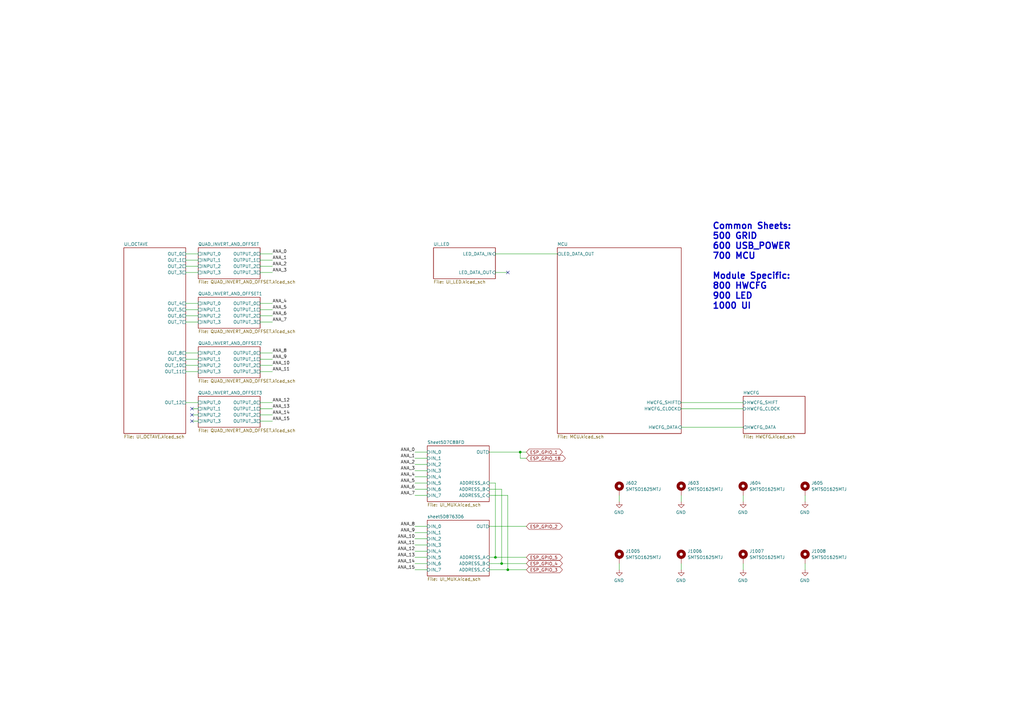
<source format=kicad_sch>
(kicad_sch (version 20250114) (generator "eeschema") (generator_version "9.0")
  (paper "A3")
  (lib_symbols
    (symbol "power:GND" (power) (pin_names (offset 0))
      (property "Value" "GND" (at 0 -3.81 0))
      (symbol "GND_0_1"
        (polyline (pts (xy 0 0) (xy 0 -1.27) (xy 1.27 -1.27) (xy 0 -2.54) (xy -1.27 -1.27) (xy 0 -1.27)))
      )
      (symbol "GND_1_1"
        (pin power_in line (at 0 0 270) (length 0) (hide yes) (name "GND") (number "1"))
      )
    )
    (symbol "suku_basics:SMD_NUT" (pin_numbers (hide yes)) (pin_names (offset 1.016) (hide yes))
      (property "Reference" "J" (at 0 6.35 0))
      (property "Value" "SMD_NUT" (at 0 4.445 0))
      (symbol "SMD_NUT_0_1"
        (circle (center 0 1.27) (radius 1.27) (stroke (width 1.27)))
      )
      (symbol "SMD_NUT_1_1"
        (pin input line (at 0 -2.54 90) (length 2.54) (name "1") (number "1"))
      )
    )
  )
  (text "Common Sheets:\n500 GRID\n600 USB_POWER\n700 MCU\n\nModule Specific:\n800 HWCFG\n900 LED\n1000 UI" (at 292.1 127 0) (effects (font (size 2.54 2.54) (thickness 0.508) (bold yes)) (justify left bottom)))
  (junction (at 213.36 185.42))
  (junction (at 203.2 228.6))
  (junction (at 208.28 233.68))
  (junction (at 205.74 231.14))
  (no_connect (at 78.74 167.64))
  (no_connect (at 78.74 170.18))
  (no_connect (at 208.28 111.76))
  (no_connect (at 78.74 172.72))
  (wire (pts (xy 175.26 203.2) (xy 170.18 203.2)))
  (wire (pts (xy 279.4 165.1) (xy 304.8 165.1)))
  (wire (pts (xy 203.2 111.76) (xy 208.28 111.76)))
  (wire (pts (xy 330.2 231.14) (xy 330.2 233.68)))
  (wire (pts (xy 106.68 106.68) (xy 111.76 106.68)))
  (wire (pts (xy 228.6 104.14) (xy 203.2 104.14)))
  (wire (pts (xy 203.2 228.6) (xy 215.9 228.6)))
  (wire (pts (xy 78.74 167.64) (xy 81.28 167.64)))
  (wire (pts (xy 106.68 111.76) (xy 111.76 111.76)))
  (wire (pts (xy 175.26 198.12) (xy 170.18 198.12)))
  (wire (pts (xy 304.8 203.2) (xy 304.8 205.74)))
  (wire (pts (xy 175.26 233.68) (xy 170.18 233.68)))
  (wire (pts (xy 208.28 203.2) (xy 208.28 233.68)))
  (wire (pts (xy 76.2 147.32) (xy 81.28 147.32)))
  (wire (pts (xy 76.2 129.54) (xy 81.28 129.54)))
  (wire (pts (xy 78.74 170.18) (xy 81.28 170.18)))
  (wire (pts (xy 106.68 132.08) (xy 111.76 132.08)))
  (wire (pts (xy 106.68 152.4) (xy 111.76 152.4)))
  (wire (pts (xy 106.68 170.18) (xy 111.76 170.18)))
  (wire (pts (xy 175.26 220.98) (xy 170.18 220.98)))
  (wire (pts (xy 200.66 228.6) (xy 203.2 228.6)))
  (wire (pts (xy 76.2 124.46) (xy 81.28 124.46)))
  (wire (pts (xy 76.2 165.1) (xy 81.28 165.1)))
  (wire (pts (xy 106.68 144.78) (xy 111.76 144.78)))
  (wire (pts (xy 175.26 193.04) (xy 170.18 193.04)))
  (wire (pts (xy 200.66 185.42) (xy 213.36 185.42)))
  (wire (pts (xy 254 231.14) (xy 254 233.68)))
  (wire (pts (xy 279.4 203.2) (xy 279.4 205.74)))
  (wire (pts (xy 175.26 218.44) (xy 170.18 218.44)))
  (wire (pts (xy 200.66 215.9) (xy 215.9 215.9)))
  (wire (pts (xy 200.66 200.66) (xy 205.74 200.66)))
  (wire (pts (xy 213.36 187.96) (xy 213.36 185.42)))
  (wire (pts (xy 76.2 106.68) (xy 81.28 106.68)))
  (wire (pts (xy 200.66 233.68) (xy 208.28 233.68)))
  (wire (pts (xy 76.2 104.14) (xy 81.28 104.14)))
  (wire (pts (xy 76.2 152.4) (xy 81.28 152.4)))
  (wire (pts (xy 106.68 127) (xy 111.76 127)))
  (wire (pts (xy 279.4 175.26) (xy 304.8 175.26)))
  (wire (pts (xy 205.74 200.66) (xy 205.74 231.14)))
  (wire (pts (xy 76.2 127) (xy 81.28 127)))
  (wire (pts (xy 111.76 104.14) (xy 106.68 104.14)))
  (wire (pts (xy 200.66 231.14) (xy 205.74 231.14)))
  (wire (pts (xy 175.26 228.6) (xy 170.18 228.6)))
  (wire (pts (xy 203.2 198.12) (xy 203.2 228.6)))
  (wire (pts (xy 76.2 111.76) (xy 81.28 111.76)))
  (wire (pts (xy 213.36 185.42) (xy 215.9 185.42)))
  (wire (pts (xy 175.26 187.96) (xy 170.18 187.96)))
  (wire (pts (xy 175.26 226.06) (xy 170.18 226.06)))
  (wire (pts (xy 215.9 187.96) (xy 213.36 187.96)))
  (wire (pts (xy 279.4 167.64) (xy 304.8 167.64)))
  (wire (pts (xy 175.26 195.58) (xy 170.18 195.58)))
  (wire (pts (xy 175.26 215.9) (xy 170.18 215.9)))
  (wire (pts (xy 254 203.2) (xy 254 205.74)))
  (wire (pts (xy 78.74 172.72) (xy 81.28 172.72)))
  (wire (pts (xy 200.66 198.12) (xy 203.2 198.12)))
  (wire (pts (xy 304.8 231.14) (xy 304.8 233.68)))
  (wire (pts (xy 106.68 147.32) (xy 111.76 147.32)))
  (wire (pts (xy 106.68 165.1) (xy 111.76 165.1)))
  (wire (pts (xy 106.68 172.72) (xy 111.76 172.72)))
  (wire (pts (xy 208.28 233.68) (xy 215.9 233.68)))
  (wire (pts (xy 175.26 190.5) (xy 170.18 190.5)))
  (wire (pts (xy 111.76 129.54) (xy 106.68 129.54)))
  (wire (pts (xy 175.26 231.14) (xy 170.18 231.14)))
  (wire (pts (xy 76.2 132.08) (xy 81.28 132.08)))
  (wire (pts (xy 205.74 231.14) (xy 215.9 231.14)))
  (wire (pts (xy 76.2 149.86) (xy 81.28 149.86)))
  (wire (pts (xy 76.2 144.78) (xy 81.28 144.78)))
  (wire (pts (xy 111.76 109.22) (xy 106.68 109.22)))
  (wire (pts (xy 175.26 185.42) (xy 170.18 185.42)))
  (wire (pts (xy 330.2 203.2) (xy 330.2 205.74)))
  (wire (pts (xy 106.68 149.86) (xy 111.76 149.86)))
  (wire (pts (xy 111.76 124.46) (xy 106.68 124.46)))
  (wire (pts (xy 175.26 223.52) (xy 170.18 223.52)))
  (wire (pts (xy 175.26 200.66) (xy 170.18 200.66)))
  (wire (pts (xy 76.2 109.22) (xy 81.28 109.22)))
  (wire (pts (xy 200.66 203.2) (xy 208.28 203.2)))
  (wire (pts (xy 279.4 231.14) (xy 279.4 233.68)))
  (wire (pts (xy 106.68 167.64) (xy 111.76 167.64)))
  (label "ANA_15" (at 111.76 172.72 0))
  (label "ANA_11" (at 170.18 223.52 180))
  (label "ANA_12" (at 170.18 226.06 180))
  (label "ANA_6" (at 170.18 200.66 180))
  (label "ANA_13" (at 170.18 228.6 180))
  (label "ANA_7" (at 170.18 203.2 180))
  (label "ANA_11" (at 111.76 152.4 0))
  (label "ANA_3" (at 111.76 111.76 0))
  (label "ANA_1" (at 170.18 187.96 180))
  (label "ANA_1" (at 111.76 106.68 0))
  (label "ANA_14" (at 170.18 231.14 180))
  (label "ANA_5" (at 170.18 198.12 180))
  (label "ANA_13" (at 111.76 167.64 0))
  (label "ANA_10" (at 111.76 149.86 0))
  (label "ANA_10" (at 170.18 220.98 180))
  (label "ANA_15" (at 170.18 233.68 180))
  (label "ANA_12" (at 111.76 165.1 0))
  (label "ANA_3" (at 170.18 193.04 180))
  (label "ANA_2" (at 111.76 109.22 0))
  (label "ANA_7" (at 111.76 132.08 0))
  (label "ANA_6" (at 111.76 129.54 0))
  (label "ANA_0" (at 111.76 104.14 0))
  (label "ANA_9" (at 170.18 218.44 180))
  (label "ANA_2" (at 170.18 190.5 180))
  (label "ANA_8" (at 111.76 144.78 0))
  (label "ANA_5" (at 111.76 127 0))
  (label "ANA_0" (at 170.18 185.42 180))
  (label "ANA_8" (at 170.18 215.9 180))
  (label "ANA_9" (at 111.76 147.32 0))
  (label "ANA_14" (at 111.76 170.18 0))
  (label "ANA_4" (at 111.76 124.46 0))
  (label "ANA_4" (at 170.18 195.58 180))
  (global_label "ESP_GPIO_5" (shape bidirectional) (at 215.9 228.6 0) (property "Intersheetrefs" "${INTERSHEET_REFS}" (effects (hide yes))))
  (global_label "ESP_GPIO_1" (shape bidirectional) (at 215.9 185.42 0) (property "Intersheetrefs" "${INTERSHEET_REFS}" (effects (hide yes))))
  (global_label "ESP_GPIO_18" (shape bidirectional) (at 215.9 187.96 0) (property "Intersheetrefs" "${INTERSHEET_REFS}" (effects (hide yes))))
  (global_label "ESP_GPIO_4" (shape bidirectional) (at 215.9 231.14 0) (property "Intersheetrefs" "${INTERSHEET_REFS}" (effects (hide yes))))
  (global_label "ESP_GPIO_3" (shape bidirectional) (at 215.9 233.68 0) (property "Intersheetrefs" "${INTERSHEET_REFS}" (effects (hide yes))))
  (global_label "ESP_GPIO_2" (shape bidirectional) (at 215.9 215.9 0) (property "Intersheetrefs" "${INTERSHEET_REFS}" (effects (hide yes))))
  (symbol (lib_id "power:GND") (at 304.8 205.74 0) (mirror y) (unit 1)
    (property "Reference" "#PWR0640" (effects (hide yes)))
    (property "Value" "GND" (at 304.673 210.1342 0))
  )
  (symbol (lib_id "power:GND") (at 330.2 205.74 0) (mirror y) (unit 1)
    (property "Reference" "#PWR0641" (effects (hide yes)))
    (property "Value" "GND" (at 330.073 210.1342 0))
  )
  (symbol (lib_id "suku_basics:SMD_NUT") (at 330.2 228.6 0) (unit 1)
    (property "Reference" "J1008" (at 332.74 226.0599 0) (effects (justify left)))
    (property "Value" "SMTSO1625MTJ" (at 332.74 228.5999 0) (effects (justify left)))
    (property "Footprint" "suku_basics:SMD_NUT_M1.6x2.5" (effects (hide yes)))
    (property "Description" "SMD Nut" (effects (hide yes)))
  )
  (symbol (lib_id "power:GND") (at 279.4 233.68 0) (mirror y) (unit 1)
    (property "Reference" "#PWR01175" (effects (hide yes)))
    (property "Value" "GND" (at 279.273 238.0742 0))
  )
  (symbol (lib_id "power:GND") (at 254 205.74 0) (mirror y) (unit 1)
    (property "Reference" "#PWR0638" (effects (hide yes)))
    (property "Value" "GND" (at 253.873 210.1342 0))
  )
  (symbol (lib_id "power:GND") (at 330.2 233.68 0) (mirror y) (unit 1)
    (property "Reference" "#PWR01177" (effects (hide yes)))
    (property "Value" "GND" (at 330.073 238.0742 0))
  )
  (symbol (lib_id "suku_basics:SMD_NUT") (at 254 228.6 0) (unit 1)
    (property "Reference" "J1005" (at 256.54 226.0599 0) (effects (justify left)))
    (property "Value" "SMTSO1625MTJ" (at 256.54 228.5999 0) (effects (justify left)))
    (property "Footprint" "suku_basics:SMD_NUT_M1.6x2.5" (effects (hide yes)))
    (property "Description" "SMD Nut" (effects (hide yes)))
  )
  (symbol (lib_id "suku_basics:SMD_NUT") (at 279.4 200.66 0) (unit 1)
    (property "Reference" "J603" (at 281.94 198.1199 0) (effects (justify left)))
    (property "Value" "SMTSO1625MTJ" (at 281.94 200.6599 0) (effects (justify left)))
    (property "Footprint" "suku_basics:SMD_NUT_M1.6x2.5" (effects (hide yes)))
    (property "Description" "SMD Nut" (effects (hide yes)))
  )
  (symbol (lib_id "suku_basics:SMD_NUT") (at 279.4 228.6 0) (unit 1)
    (property "Reference" "J1006" (at 281.94 226.0599 0) (effects (justify left)))
    (property "Value" "SMTSO1625MTJ" (at 281.94 228.5999 0) (effects (justify left)))
    (property "Footprint" "suku_basics:SMD_NUT_M1.6x2.5" (effects (hide yes)))
    (property "Description" "SMD Nut" (effects (hide yes)))
  )
  (symbol (lib_id "power:GND") (at 304.8 233.68 0) (mirror y) (unit 1)
    (property "Reference" "#PWR01176" (effects (hide yes)))
    (property "Value" "GND" (at 304.673 238.0742 0))
  )
  (symbol (lib_id "power:GND") (at 254 233.68 0) (mirror y) (unit 1)
    (property "Reference" "#PWR01174" (effects (hide yes)))
    (property "Value" "GND" (at 253.873 238.0742 0))
  )
  (symbol (lib_id "suku_basics:SMD_NUT") (at 304.8 200.66 0) (unit 1)
    (property "Reference" "J604" (at 307.34 198.1199 0) (effects (justify left)))
    (property "Value" "SMTSO1625MTJ" (at 307.34 200.6599 0) (effects (justify left)))
    (property "Footprint" "suku_basics:SMD_NUT_M1.6x2.5" (effects (hide yes)))
    (property "Description" "SMD Nut" (effects (hide yes)))
  )
  (symbol (lib_id "suku_basics:SMD_NUT") (at 330.2 200.66 0) (unit 1)
    (property "Reference" "J605" (at 332.74 198.1199 0) (effects (justify left)))
    (property "Value" "SMTSO1625MTJ" (at 332.74 200.6599 0) (effects (justify left)))
    (property "Footprint" "suku_basics:SMD_NUT_M1.6x2.5" (effects (hide yes)))
    (property "Description" "SMD Nut" (effects (hide yes)))
  )
  (symbol (lib_id "suku_basics:SMD_NUT") (at 254 200.66 0) (unit 1)
    (property "Reference" "J602" (at 256.54 198.1199 0) (effects (justify left)))
    (property "Value" "SMTSO1625MTJ" (at 256.54 200.6599 0) (effects (justify left)))
    (property "Footprint" "suku_basics:SMD_NUT_M1.6x2.5" (effects (hide yes)))
    (property "Description" "SMD Nut" (effects (hide yes)))
  )
  (symbol (lib_id "suku_basics:SMD_NUT") (at 304.8 228.6 0) (unit 1)
    (property "Reference" "J1007" (at 307.34 226.0599 0) (effects (justify left)))
    (property "Value" "SMTSO1625MTJ" (at 307.34 228.5999 0) (effects (justify left)))
    (property "Footprint" "suku_basics:SMD_NUT_M1.6x2.5" (effects (hide yes)))
    (property "Description" "SMD Nut" (effects (hide yes)))
  )
  (symbol (lib_id "power:GND") (at 279.4 205.74 0) (mirror y) (unit 1)
    (property "Reference" "#PWR0639" (effects (hide yes)))
    (property "Value" "GND" (at 279.273 210.1342 0))
  )
  (sheet (at 177.8 101.6) (size 25.4 12.7)
    (property "Sheetname" "UI_LED" (at 177.8 100.8884 0) (effects (justify left bottom)))
    (property "Sheetfile" "UI_LED.kicad_sch" (at 177.8 114.8846 0) (effects (justify left top)))
    (pin "LED_DATA_IN" input (at 203.2 104.14 0))
    (pin "LED_DATA_OUT" input (at 203.2 111.76 0))
  )
  (sheet (at 228.6 101.6) (size 50.8 76.2)
    (property "Sheetname" "MCU" (at 228.6 100.8884 0) (effects (justify left bottom)))
    (property "Sheetfile" "MCU.kicad_sch" (at 228.6 178.3846 0) (effects (justify left top)))
    (pin "LED_DATA_OUT" output (at 228.6 104.14 180))
    (pin "HWCFG_DATA" input (at 279.4 175.26 0))
    (pin "HWCFG_CLOCK" output (at 279.4 167.64 0))
    (pin "HWCFG_SHIFT" output (at 279.4 165.1 0))
  )
  (sheet (at 175.26 182.88) (size 25.4 22.86)
    (property "Sheetname" "Sheet5D7C8BFD" (at 175.26 182.1684 0) (effects (justify left bottom)))
    (property "Sheetfile" "UI_MUX.kicad_sch" (at 175.26 206.3246 0) (effects (justify left top)))
    (pin "OUT" output (at 200.66 185.42 0))
    (pin "IN_0" input (at 175.26 185.42 180))
    (pin "IN_1" input (at 175.26 187.96 180))
    (pin "IN_2" input (at 175.26 190.5 180))
    (pin "IN_3" input (at 175.26 193.04 180))
    (pin "IN_4" input (at 175.26 195.58 180))
    (pin "IN_5" input (at 175.26 198.12 180))
    (pin "IN_6" input (at 175.26 200.66 180))
    (pin "IN_7" input (at 175.26 203.2 180))
    (pin "ADDRESS_C" input (at 200.66 203.2 0))
    (pin "ADDRESS_B" input (at 200.66 200.66 0))
    (pin "ADDRESS_A" input (at 200.66 198.12 0))
  )
  (sheet (at 175.26 213.36) (size 25.4 22.86)
    (property "Sheetname" "sheet5D8763D6" (at 175.26 212.6484 0) (effects (justify left bottom)))
    (property "Sheetfile" "UI_MUX.kicad_sch" (at 175.26 236.8046 0) (effects (justify left top)))
    (pin "IN_0" input (at 175.26 215.9 180))
    (pin "IN_1" input (at 175.26 218.44 180))
    (pin "IN_2" input (at 175.26 220.98 180))
    (pin "IN_3" input (at 175.26 223.52 180))
    (pin "IN_4" input (at 175.26 226.06 180))
    (pin "IN_5" input (at 175.26 228.6 180))
    (pin "IN_6" input (at 175.26 231.14 180))
    (pin "IN_7" input (at 175.26 233.68 180))
    (pin "OUT" output (at 200.66 215.9 0))
    (pin "ADDRESS_C" input (at 200.66 233.68 0))
    (pin "ADDRESS_B" input (at 200.66 231.14 0))
    (pin "ADDRESS_A" input (at 200.66 228.6 0))
  )
  (sheet (at 304.8 162.56) (size 25.4 15.24)
    (property "Sheetname" "HWCFG" (at 304.8 161.8484 0) (effects (justify left bottom)))
    (property "Sheetfile" "HWCFG.kicad_sch" (at 304.8 178.3846 0) (effects (justify left top)))
    (pin "HWCFG_DATA" output (at 304.8 175.26 180))
    (pin "HWCFG_CLOCK" input (at 304.8 167.64 180))
    (pin "HWCFG_SHIFT" input (at 304.8 165.1 180))
  )
  (sheet (at 81.28 121.92) (size 25.4 12.7) (stroke (width 0.1524))
    (property "Sheetname" "QUAD_INVERT_AND_OFFSET1" (at 81.28 121.2084 0) (effects (justify left bottom)))
    (property "Sheetfile" "QUAD_INVERT_AND_OFFSET.kicad_sch" (at 81.28 135.2046 0) (effects (justify left top)))
    (pin "INPUT_0" passive (at 81.28 124.46 180))
    (pin "INPUT_1" passive (at 81.28 127 180))
    (pin "INPUT_2" passive (at 81.28 129.54 180))
    (pin "INPUT_3" passive (at 81.28 132.08 180))
    (pin "OUTPUT_0" passive (at 106.68 124.46 0))
    (pin "OUTPUT_1" passive (at 106.68 127 0))
    (pin "OUTPUT_2" passive (at 106.68 129.54 0))
    (pin "OUTPUT_3" passive (at 106.68 132.08 0))
  )
  (sheet (at 81.28 142.24) (size 25.4 12.7) (stroke (width 0.1524))
    (property "Sheetname" "QUAD_INVERT_AND_OFFSET2" (at 81.28 141.5284 0) (effects (justify left bottom)))
    (property "Sheetfile" "QUAD_INVERT_AND_OFFSET.kicad_sch" (at 81.28 155.5246 0) (effects (justify left top)))
    (pin "INPUT_0" passive (at 81.28 144.78 180))
    (pin "INPUT_1" passive (at 81.28 147.32 180))
    (pin "INPUT_2" passive (at 81.28 149.86 180))
    (pin "INPUT_3" passive (at 81.28 152.4 180))
    (pin "OUTPUT_0" passive (at 106.68 144.78 0))
    (pin "OUTPUT_1" passive (at 106.68 147.32 0))
    (pin "OUTPUT_2" passive (at 106.68 149.86 0))
    (pin "OUTPUT_3" passive (at 106.68 152.4 0))
  )
  (sheet (at 81.28 101.6) (size 25.4 12.7) (stroke (width 0.1524))
    (property "Sheetname" "QUAD_INVERT_AND_OFFSET" (at 81.28 100.8884 0) (effects (justify left bottom)))
    (property "Sheetfile" "QUAD_INVERT_AND_OFFSET.kicad_sch" (at 81.28 114.8846 0) (effects (justify left top)))
    (pin "INPUT_0" passive (at 81.28 104.14 180))
    (pin "INPUT_1" passive (at 81.28 106.68 180))
    (pin "INPUT_2" passive (at 81.28 109.22 180))
    (pin "INPUT_3" passive (at 81.28 111.76 180))
    (pin "OUTPUT_0" passive (at 106.68 104.14 0))
    (pin "OUTPUT_1" passive (at 106.68 106.68 0))
    (pin "OUTPUT_2" passive (at 106.68 109.22 0))
    (pin "OUTPUT_3" passive (at 106.68 111.76 0))
  )
  (sheet (at 50.8 101.6) (size 25.4 76.2) (stroke (width 0.1524))
    (property "Sheetname" "UI_OCTAVE" (at 50.8 100.8884 0) (effects (justify left bottom)))
    (property "Sheetfile" "UI_OCTAVE.kicad_sch" (at 50.8 178.3846 0) (effects (justify left top)))
    (pin "OUT_0" passive (at 76.2 104.14 0))
    (pin "OUT_1" passive (at 76.2 106.68 0))
    (pin "OUT_2" passive (at 76.2 109.22 0))
    (pin "OUT_3" passive (at 76.2 111.76 0))
    (pin "OUT_4" passive (at 76.2 124.46 0))
    (pin "OUT_5" passive (at 76.2 127 0))
    (pin "OUT_6" passive (at 76.2 129.54 0))
    (pin "OUT_7" passive (at 76.2 132.08 0))
    (pin "OUT_8" passive (at 76.2 144.78 0))
    (pin "OUT_9" passive (at 76.2 147.32 0))
    (pin "OUT_10" passive (at 76.2 149.86 0))
    (pin "OUT_11" passive (at 76.2 152.4 0))
    (pin "OUT_12" passive (at 76.2 165.1 0))
  )
  (sheet (at 81.28 162.56) (size 25.4 12.7) (stroke (width 0.1524))
    (property "Sheetname" "QUAD_INVERT_AND_OFFSET3" (at 81.28 161.8484 0) (effects (justify left bottom)))
    (property "Sheetfile" "QUAD_INVERT_AND_OFFSET.kicad_sch" (at 81.28 175.8446 0) (effects (justify left top)))
    (pin "INPUT_0" passive (at 81.28 165.1 180))
    (pin "INPUT_1" passive (at 81.28 167.64 180))
    (pin "INPUT_2" passive (at 81.28 170.18 180))
    (pin "INPUT_3" passive (at 81.28 172.72 180))
    (pin "OUTPUT_0" passive (at 106.68 165.1 0))
    (pin "OUTPUT_1" passive (at 106.68 167.64 0))
    (pin "OUTPUT_2" passive (at 106.68 170.18 0))
    (pin "OUTPUT_3" passive (at 106.68 172.72 0))
  )
)
</source>
